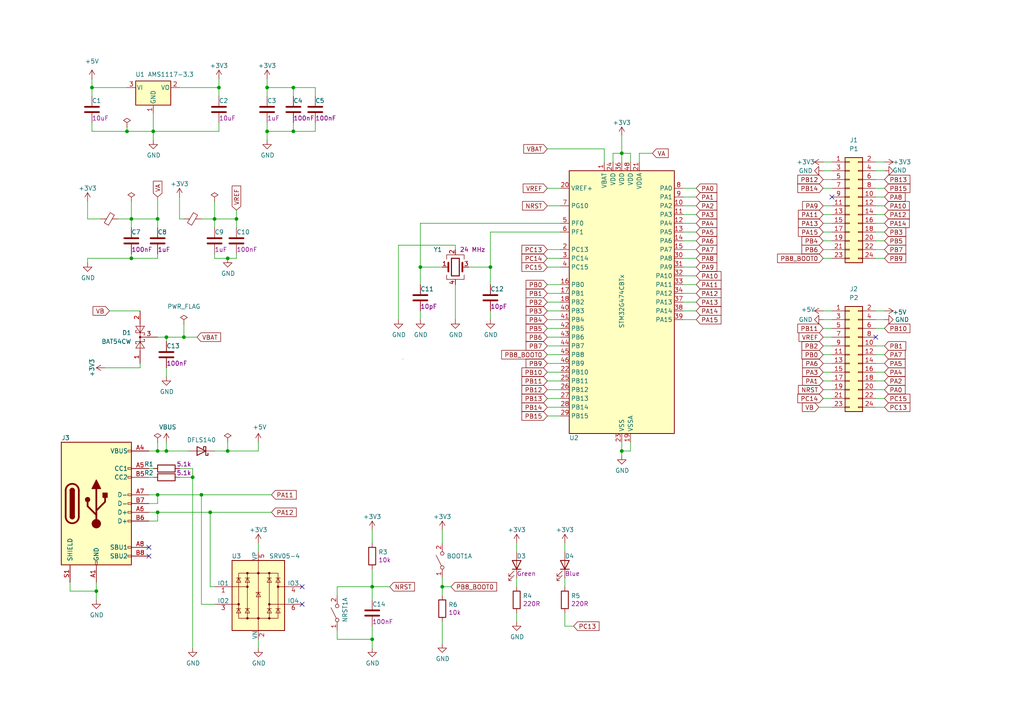
<source format=kicad_sch>
(kicad_sch (version 20250114) (generator "eeschema") (generator_version "9.0")
  (paper "A4")
  (rectangle (start 116.84 104.14) (end 116.84 104.14))
  (junction (at 48.26 97.79))
  (junction (at 107.95 185.42))
  (junction (at 27.94 171.45))
  (junction (at 45.72 130.81))
  (junction (at 45.72 148.59))
  (junction (at 60.96 148.59))
  (junction (at 77.47 25.4))
  (junction (at 58.42 143.51))
  (junction (at 180.34 130.81))
  (junction (at 48.26 130.81))
  (junction (at 38.1 74.93))
  (junction (at 45.72 63.5))
  (junction (at 85.09 25.4))
  (junction (at 107.95 170.18))
  (junction (at 53.34 97.79))
  (junction (at 66.04 74.93))
  (junction (at 55.88 138.43))
  (junction (at 180.34 44.45))
  (junction (at 38.1 63.5))
  (junction (at 142.24 77.47))
  (junction (at 85.09 38.1))
  (junction (at 36.83 38.1))
  (junction (at 45.72 143.51))
  (junction (at 128.27 170.18))
  (junction (at 77.47 38.1))
  (junction (at 68.58 63.5))
  (junction (at 63.5 25.4))
  (junction (at 62.23 63.5))
  (junction (at 26.67 25.4))
  (junction (at 121.92 77.47))
  (junction (at 44.45 38.1))
  (junction (at 66.04 130.81))
  (no_connect (at 87.63 170.18))
  (no_connect (at 43.18 161.29))
  (no_connect (at 241.3 57.15))
  (no_connect (at 43.18 158.75))
  (no_connect (at 87.63 175.26))
  (no_connect (at 254 97.79))
  (wire (pts (xy 63.5 25.4) (xy 63.5 22.86)))
  (wire (pts (xy 238.76 113.03) (xy 241.3 113.03)))
  (wire (pts (xy 45.72 57.15) (xy 45.72 63.5)))
  (wire (pts (xy 85.09 25.4) (xy 85.09 27.94)))
  (wire (pts (xy 182.88 130.81) (xy 180.34 130.81)))
  (wire (pts (xy 107.95 170.18) (xy 107.95 173.99)))
  (wire (pts (xy 62.23 63.5) (xy 68.58 63.5)))
  (wire (pts (xy 158.75 115.57) (xy 162.56 115.57)))
  (wire (pts (xy 238.76 110.49) (xy 241.3 110.49)))
  (wire (pts (xy 44.45 38.1) (xy 63.5 38.1)))
  (wire (pts (xy 182.88 46.99) (xy 182.88 44.45)))
  (wire (pts (xy 45.72 130.81) (xy 48.26 130.81)))
  (wire (pts (xy 52.07 25.4) (xy 63.5 25.4)))
  (wire (pts (xy 198.12 85.09) (xy 201.93 85.09)))
  (wire (pts (xy 25.4 74.93) (xy 25.4 76.2)))
  (wire (pts (xy 97.79 182.88) (xy 97.79 185.42)))
  (wire (pts (xy 26.67 25.4) (xy 26.67 22.86)))
  (wire (pts (xy 238.76 72.39) (xy 241.3 72.39)))
  (wire (pts (xy 158.75 113.03) (xy 162.56 113.03)))
  (wire (pts (xy 238.76 62.23) (xy 241.3 62.23)))
  (wire (pts (xy 254 92.71) (xy 256.54 92.71)))
  (wire (pts (xy 97.79 170.18) (xy 107.95 170.18)))
  (wire (pts (xy 40.64 105.41) (xy 40.64 106.68)))
  (wire (pts (xy 158.75 107.95) (xy 162.56 107.95)))
  (wire (pts (xy 58.42 63.5) (xy 62.23 63.5)))
  (wire (pts (xy 180.34 39.37) (xy 180.34 44.45)))
  (wire (pts (xy 254 59.69) (xy 256.54 59.69)))
  (wire (pts (xy 163.83 167.64) (xy 163.83 170.18)))
  (wire (pts (xy 62.23 130.81) (xy 66.04 130.81)))
  (wire (pts (xy 48.26 130.81) (xy 54.61 130.81)))
  (wire (pts (xy 45.72 148.59) (xy 60.96 148.59)))
  (wire (pts (xy 36.83 38.1) (xy 44.45 38.1)))
  (wire (pts (xy 62.23 74.93) (xy 66.04 74.93)))
  (wire (pts (xy 238.76 115.57) (xy 241.3 115.57)))
  (wire (pts (xy 44.45 40.64) (xy 44.45 38.1)))
  (wire (pts (xy 254 105.41) (xy 256.54 105.41)))
  (wire (pts (xy 62.23 175.26) (xy 58.42 175.26)))
  (wire (pts (xy 45.72 128.27) (xy 45.72 130.81)))
  (wire (pts (xy 185.42 44.45) (xy 185.42 46.99)))
  (wire (pts (xy 60.96 148.59) (xy 78.74 148.59)))
  (wire (pts (xy 198.12 54.61) (xy 201.93 54.61)))
  (wire (pts (xy 26.67 35.56) (xy 26.67 38.1)))
  (wire (pts (xy 58.42 175.26) (xy 58.42 143.51)))
  (wire (pts (xy 238.76 59.69) (xy 241.3 59.69)))
  (wire (pts (xy 149.86 180.34) (xy 149.86 177.8)))
  (wire (pts (xy 132.08 71.12) (xy 115.57 71.12)))
  (wire (pts (xy 198.12 72.39) (xy 201.93 72.39)))
  (wire (pts (xy 62.23 73.66) (xy 62.23 74.93)))
  (wire (pts (xy 238.76 90.17) (xy 241.3 90.17)))
  (wire (pts (xy 43.18 151.13) (xy 45.72 151.13)))
  (wire (pts (xy 25.4 74.93) (xy 38.1 74.93)))
  (wire (pts (xy 254 69.85) (xy 256.54 69.85)))
  (wire (pts (xy 158.75 72.39) (xy 162.56 72.39)))
  (wire (pts (xy 44.45 33.02) (xy 44.45 38.1)))
  (wire (pts (xy 128.27 153.67) (xy 128.27 157.48)))
  (wire (pts (xy 128.27 180.34) (xy 128.27 186.69)))
  (wire (pts (xy 74.93 157.48) (xy 74.93 160.02)))
  (wire (pts (xy 77.47 25.4) (xy 77.47 22.86)))
  (wire (pts (xy 158.75 87.63) (xy 162.56 87.63)))
  (wire (pts (xy 77.47 40.64) (xy 77.47 38.1)))
  (wire (pts (xy 158.75 102.87) (xy 162.56 102.87)))
  (wire (pts (xy 52.07 138.43) (xy 55.88 138.43)))
  (wire (pts (xy 198.12 74.93) (xy 201.93 74.93)))
  (wire (pts (xy 58.42 143.51) (xy 78.74 143.51)))
  (wire (pts (xy 182.88 128.27) (xy 182.88 130.81)))
  (wire (pts (xy 238.76 67.31) (xy 241.3 67.31)))
  (wire (pts (xy 238.76 46.99) (xy 241.3 46.99)))
  (wire (pts (xy 66.04 128.27) (xy 66.04 130.81)))
  (wire (pts (xy 198.12 90.17) (xy 201.93 90.17)))
  (wire (pts (xy 121.92 90.17) (xy 121.92 92.71)))
  (wire (pts (xy 254 113.03) (xy 256.54 113.03)))
  (wire (pts (xy 254 100.33) (xy 256.54 100.33)))
  (wire (pts (xy 121.92 64.77) (xy 121.92 77.47)))
  (wire (pts (xy 91.44 27.94) (xy 91.44 25.4)))
  (wire (pts (xy 198.12 64.77) (xy 201.93 64.77)))
  (wire (pts (xy 74.93 130.81) (xy 74.93 128.27)))
  (wire (pts (xy 254 57.15) (xy 256.54 57.15)))
  (wire (pts (xy 254 52.07) (xy 256.54 52.07)))
  (wire (pts (xy 158.75 100.33) (xy 162.56 100.33)))
  (wire (pts (xy 198.12 87.63) (xy 201.93 87.63)))
  (wire (pts (xy 238.76 52.07) (xy 241.3 52.07)))
  (wire (pts (xy 20.32 171.45) (xy 27.94 171.45)))
  (wire (pts (xy 115.57 71.12) (xy 115.57 92.71)))
  (wire (pts (xy 38.1 73.66) (xy 38.1 74.93)))
  (wire (pts (xy 55.88 135.89) (xy 55.88 138.43)))
  (wire (pts (xy 238.76 105.41) (xy 241.3 105.41)))
  (wire (pts (xy 113.03 170.18) (xy 107.95 170.18)))
  (wire (pts (xy 121.92 77.47) (xy 121.92 82.55)))
  (wire (pts (xy 254 118.11) (xy 256.54 118.11)))
  (wire (pts (xy 198.12 67.31) (xy 201.93 67.31)))
  (wire (pts (xy 45.72 151.13) (xy 45.72 148.59)))
  (wire (pts (xy 25.4 63.5) (xy 29.21 63.5)))
  (wire (pts (xy 68.58 60.96) (xy 68.58 63.5)))
  (wire (pts (xy 60.96 170.18) (xy 60.96 148.59)))
  (wire (pts (xy 158.75 54.61) (xy 162.56 54.61)))
  (wire (pts (xy 149.86 160.02) (xy 149.86 157.48)))
  (wire (pts (xy 128.27 77.47) (xy 121.92 77.47)))
  (wire (pts (xy 198.12 69.85) (xy 201.93 69.85)))
  (wire (pts (xy 97.79 172.72) (xy 97.79 170.18)))
  (wire (pts (xy 149.86 170.18) (xy 149.86 167.64)))
  (wire (pts (xy 238.76 74.93) (xy 241.3 74.93)))
  (wire (pts (xy 97.79 185.42) (xy 107.95 185.42)))
  (wire (pts (xy 45.72 143.51) (xy 58.42 143.51)))
  (wire (pts (xy 180.34 44.45) (xy 182.88 44.45)))
  (wire (pts (xy 77.47 25.4) (xy 77.47 27.94)))
  (wire (pts (xy 254 62.23) (xy 256.54 62.23)))
  (wire (pts (xy 198.12 62.23) (xy 201.93 62.23)))
  (wire (pts (xy 238.76 95.25) (xy 241.3 95.25)))
  (wire (pts (xy 180.34 44.45) (xy 180.34 46.99)))
  (wire (pts (xy 48.26 97.79) (xy 48.26 99.06)))
  (wire (pts (xy 238.76 97.79) (xy 241.3 97.79)))
  (wire (pts (xy 158.75 95.25) (xy 162.56 95.25)))
  (wire (pts (xy 238.76 102.87) (xy 241.3 102.87)))
  (wire (pts (xy 77.47 35.56) (xy 77.47 38.1)))
  (wire (pts (xy 36.83 36.83) (xy 36.83 38.1)))
  (wire (pts (xy 132.08 72.39) (xy 132.08 71.12)))
  (wire (pts (xy 53.34 93.98) (xy 53.34 97.79)))
  (wire (pts (xy 74.93 187.96) (xy 74.93 185.42)))
  (wire (pts (xy 26.67 38.1) (xy 36.83 38.1)))
  (wire (pts (xy 158.75 120.65) (xy 162.56 120.65)))
  (wire (pts (xy 254 49.53) (xy 256.54 49.53)))
  (wire (pts (xy 158.75 43.18) (xy 175.26 43.18)))
  (wire (pts (xy 238.76 54.61) (xy 241.3 54.61)))
  (wire (pts (xy 198.12 57.15) (xy 201.93 57.15)))
  (wire (pts (xy 132.08 82.55) (xy 132.08 92.71)))
  (wire (pts (xy 162.56 64.77) (xy 121.92 64.77)))
  (wire (pts (xy 43.18 143.51) (xy 45.72 143.51)))
  (wire (pts (xy 38.1 63.5) (xy 45.72 63.5)))
  (wire (pts (xy 43.18 146.05) (xy 45.72 146.05)))
  (wire (pts (xy 43.18 130.81) (xy 45.72 130.81)))
  (wire (pts (xy 254 67.31) (xy 256.54 67.31)))
  (wire (pts (xy 198.12 77.47) (xy 201.93 77.47)))
  (wire (pts (xy 48.26 128.27) (xy 48.26 130.81)))
  (wire (pts (xy 158.75 118.11) (xy 162.56 118.11)))
  (wire (pts (xy 68.58 74.93) (xy 66.04 74.93)))
  (wire (pts (xy 238.76 69.85) (xy 241.3 69.85)))
  (wire (pts (xy 198.12 82.55) (xy 201.93 82.55)))
  (wire (pts (xy 163.83 177.8) (xy 163.83 181.61)))
  (wire (pts (xy 52.07 57.15) (xy 52.07 63.5)))
  (wire (pts (xy 91.44 25.4) (xy 85.09 25.4)))
  (wire (pts (xy 254 110.49) (xy 256.54 110.49)))
  (wire (pts (xy 238.76 64.77) (xy 241.3 64.77)))
  (wire (pts (xy 45.72 74.93) (xy 45.72 73.66)))
  (wire (pts (xy 158.75 85.09) (xy 162.56 85.09)))
  (wire (pts (xy 52.07 63.5) (xy 53.34 63.5)))
  (wire (pts (xy 158.75 110.49) (xy 162.56 110.49)))
  (wire (pts (xy 158.75 74.93) (xy 162.56 74.93)))
  (wire (pts (xy 30.48 106.68) (xy 40.64 106.68)))
  (wire (pts (xy 68.58 63.5) (xy 68.58 66.04)))
  (wire (pts (xy 20.32 168.91) (xy 20.32 171.45)))
  (wire (pts (xy 130.81 170.18) (xy 128.27 170.18)))
  (wire (pts (xy 163.83 181.61) (xy 166.37 181.61)))
  (wire (pts (xy 52.07 135.89) (xy 55.88 135.89)))
  (wire (pts (xy 48.26 97.79) (xy 53.34 97.79)))
  (wire (pts (xy 158.75 97.79) (xy 162.56 97.79)))
  (wire (pts (xy 45.72 148.59) (xy 43.18 148.59)))
  (wire (pts (xy 27.94 171.45) (xy 27.94 173.99)))
  (wire (pts (xy 189.23 44.45) (xy 185.42 44.45)))
  (wire (pts (xy 254 102.87) (xy 256.54 102.87)))
  (wire (pts (xy 238.76 100.33) (xy 241.3 100.33)))
  (wire (pts (xy 38.1 58.42) (xy 38.1 63.5)))
  (wire (pts (xy 254 64.77) (xy 256.54 64.77)))
  (wire (pts (xy 48.26 106.68) (xy 48.26 109.22)))
  (wire (pts (xy 38.1 63.5) (xy 38.1 66.04)))
  (wire (pts (xy 158.75 92.71) (xy 162.56 92.71)))
  (wire (pts (xy 180.34 130.81) (xy 180.34 132.08)))
  (wire (pts (xy 198.12 92.71) (xy 201.93 92.71)))
  (wire (pts (xy 180.34 128.27) (xy 180.34 130.81)))
  (wire (pts (xy 63.5 35.56) (xy 63.5 38.1)))
  (wire (pts (xy 198.12 59.69) (xy 201.93 59.69)))
  (wire (pts (xy 62.23 58.42) (xy 62.23 63.5)))
  (wire (pts (xy 91.44 38.1) (xy 85.09 38.1)))
  (wire (pts (xy 26.67 25.4) (xy 36.83 25.4)))
  (wire (pts (xy 254 46.99) (xy 256.54 46.99)))
  (wire (pts (xy 45.72 74.93) (xy 38.1 74.93)))
  (wire (pts (xy 254 72.39) (xy 256.54 72.39)))
  (wire (pts (xy 142.24 77.47) (xy 142.24 82.55)))
  (wire (pts (xy 62.23 63.5) (xy 62.23 66.04)))
  (wire (pts (xy 238.76 49.53) (xy 241.3 49.53)))
  (wire (pts (xy 44.45 138.43) (xy 43.18 138.43)))
  (wire (pts (xy 135.89 77.47) (xy 142.24 77.47)))
  (wire (pts (xy 66.04 130.81) (xy 74.93 130.81)))
  (wire (pts (xy 68.58 73.66) (xy 68.58 74.93)))
  (wire (pts (xy 158.75 77.47) (xy 162.56 77.47)))
  (wire (pts (xy 237.49 118.11) (xy 241.3 118.11)))
  (wire (pts (xy 128.27 170.18) (xy 128.27 172.72)))
  (wire (pts (xy 34.29 63.5) (xy 38.1 63.5)))
  (wire (pts (xy 238.76 107.95) (xy 241.3 107.95)))
  (wire (pts (xy 158.75 105.41) (xy 162.56 105.41)))
  (wire (pts (xy 53.34 97.79) (xy 57.15 97.79)))
  (wire (pts (xy 45.72 146.05) (xy 45.72 143.51)))
  (wire (pts (xy 85.09 38.1) (xy 85.09 35.56)))
  (wire (pts (xy 107.95 185.42) (xy 107.95 187.96)))
  (wire (pts (xy 25.4 58.42) (xy 25.4 63.5)))
  (wire (pts (xy 63.5 25.4) (xy 63.5 27.94)))
  (wire (pts (xy 43.18 135.89) (xy 44.45 135.89)))
  (wire (pts (xy 31.75 90.17) (xy 40.64 90.17)))
  (wire (pts (xy 163.83 157.48) (xy 163.83 160.02)))
  (wire (pts (xy 107.95 153.67) (xy 107.95 157.48)))
  (wire (pts (xy 45.72 66.04) (xy 45.72 63.5)))
  (wire (pts (xy 254 90.17) (xy 256.54 90.17)))
  (wire (pts (xy 175.26 43.18) (xy 175.26 46.99)))
  (wire (pts (xy 177.8 46.99) (xy 177.8 44.45)))
  (wire (pts (xy 158.75 90.17) (xy 162.56 90.17)))
  (wire (pts (xy 77.47 38.1) (xy 85.09 38.1)))
  (wire (pts (xy 158.75 82.55) (xy 162.56 82.55)))
  (wire (pts (xy 254 54.61) (xy 256.54 54.61)))
  (wire (pts (xy 254 115.57) (xy 256.54 115.57)))
  (wire (pts (xy 254 95.25) (xy 256.54 95.25)))
  (wire (pts (xy 45.72 97.79) (xy 48.26 97.79)))
  (wire (pts (xy 254 74.93) (xy 256.54 74.93)))
  (wire (pts (xy 198.12 80.01) (xy 201.93 80.01)))
  (wire (pts (xy 142.24 67.31) (xy 142.24 77.47)))
  (wire (pts (xy 142.24 90.17) (xy 142.24 92.71)))
  (wire (pts (xy 62.23 170.18) (xy 60.96 170.18)))
  (wire (pts (xy 158.75 59.69) (xy 162.56 59.69)))
  (wire (pts (xy 91.44 35.56) (xy 91.44 38.1)))
  (wire (pts (xy 27.94 168.91) (xy 27.94 171.45)))
  (wire (pts (xy 107.95 165.1) (xy 107.95 170.18)))
  (wire (pts (xy 128.27 167.64) (xy 128.27 170.18)))
  (wire (pts (xy 26.67 25.4) (xy 26.67 27.94)))
  (wire (pts (xy 107.95 181.61) (xy 107.95 185.42)))
  (wire (pts (xy 238.76 92.71) (xy 241.3 92.71)))
  (wire (pts (xy 177.8 44.45) (xy 180.34 44.45)))
  (wire (pts (xy 77.47 25.4) (xy 85.09 25.4)))
  (wire (pts (xy 162.56 67.31) (xy 142.24 67.31)))
  (wire (pts (xy 254 107.95) (xy 256.54 107.95)))
  (wire (pts (xy 55.88 138.43) (xy 55.88 187.96)))
  (global_label "PB1" (shape input) (at 256.54 100.33 0) (property "Intersheetrefs" "${INTERSHEET_REFS}" (effects (hide yes))))
  (global_label "PA5" (shape input) (at 256.54 105.41 0) (property "Intersheetrefs" "${INTERSHEET_REFS}" (effects (hide yes))))
  (global_label "PA4" (shape input) (at 201.93 64.77 0) (property "Intersheetrefs" "${INTERSHEET_REFS}" (effects (hide yes))))
  (global_label "VREF" (shape input) (at 158.75 54.61 180) (property "Intersheetrefs" "${INTERSHEET_REFS}" (effects (hide yes))))
  (global_label "PB11" (shape input) (at 158.75 110.49 180) (property "Intersheetrefs" "${INTERSHEET_REFS}" (effects (hide yes))))
  (global_label "PB12" (shape input) (at 158.75 113.03 180) (property "Intersheetrefs" "${INTERSHEET_REFS}" (effects (hide yes))))
  (global_label "PA13" (shape input) (at 238.76 64.77 180) (property "Intersheetrefs" "${INTERSHEET_REFS}" (effects (hide yes))))
  (global_label "PB10" (shape input) (at 158.75 107.95 180) (property "Intersheetrefs" "${INTERSHEET_REFS}" (effects (hide yes))))
  (global_label "PB11" (shape input) (at 238.76 95.25 180) (property "Intersheetrefs" "${INTERSHEET_REFS}" (effects (hide yes))))
  (global_label "PA11" (shape input) (at 201.93 82.55 0) (property "Intersheetrefs" "${INTERSHEET_REFS}" (effects (hide yes))))
  (global_label "VBAT" (shape input) (at 158.75 43.18 180) (property "Intersheetrefs" "${INTERSHEET_REFS}" (effects (hide yes))))
  (global_label "PB15" (shape input) (at 256.54 54.61 0) (property "Intersheetrefs" "${INTERSHEET_REFS}" (effects (hide yes))))
  (global_label "PB13" (shape input) (at 158.75 115.57 180) (property "Intersheetrefs" "${INTERSHEET_REFS}" (effects (hide yes))))
  (global_label "PB14" (shape input) (at 238.76 54.61 180) (property "Intersheetrefs" "${INTERSHEET_REFS}" (effects (hide yes))))
  (global_label "PA0" (shape input) (at 256.54 113.03 0) (property "Intersheetrefs" "${INTERSHEET_REFS}" (effects (hide yes))))
  (global_label "PB5" (shape input) (at 158.75 95.25 180) (property "Intersheetrefs" "${INTERSHEET_REFS}" (effects (hide yes))))
  (global_label "VB" (shape input) (at 31.75 90.17 180) (property "Intersheetrefs" "${INTERSHEET_REFS}" (effects (hide yes))))
  (global_label "PB4" (shape input) (at 238.76 69.85 180) (property "Intersheetrefs" "${INTERSHEET_REFS}" (effects (hide yes))))
  (global_label "PB2" (shape input) (at 238.76 100.33 180) (property "Intersheetrefs" "${INTERSHEET_REFS}" (effects (hide yes))))
  (global_label "PB5" (shape input) (at 256.54 69.85 0) (property "Intersheetrefs" "${INTERSHEET_REFS}" (effects (hide yes))))
  (global_label "PA8" (shape input) (at 256.54 57.15 0) (property "Intersheetrefs" "${INTERSHEET_REFS}" (effects (hide yes))))
  (global_label "PA9" (shape input) (at 238.76 59.69 180) (property "Intersheetrefs" "${INTERSHEET_REFS}" (effects (hide yes))))
  (global_label "PA12" (shape input) (at 78.74 148.59 0) (property "Intersheetrefs" "${INTERSHEET_REFS}" (effects (hide yes))))
  (global_label "PA6" (shape input) (at 238.76 105.41 180) (property "Intersheetrefs" "${INTERSHEET_REFS}" (effects (hide yes))))
  (global_label "PB8_BOOT0" (shape input) (at 130.81 170.18 0) (property "Intersheetrefs" "${INTERSHEET_REFS}" (effects (hide yes))))
  (global_label "PA10" (shape input) (at 256.54 59.69 0) (property "Intersheetrefs" "${INTERSHEET_REFS}" (effects (hide yes))))
  (global_label "NRST" (shape input) (at 113.03 170.18 0) (property "Intersheetrefs" "${INTERSHEET_REFS}" (effects (hide yes))))
  (global_label "PC15" (shape input) (at 256.54 115.57 0) (property "Intersheetrefs" "${INTERSHEET_REFS}" (effects (hide yes))))
  (global_label "PA2" (shape input) (at 256.54 110.49 0) (property "Intersheetrefs" "${INTERSHEET_REFS}" (effects (hide yes))))
  (global_label "PA2" (shape input) (at 201.93 59.69 0) (property "Intersheetrefs" "${INTERSHEET_REFS}" (effects (hide yes))))
  (global_label "PB3" (shape input) (at 256.54 67.31 0) (property "Intersheetrefs" "${INTERSHEET_REFS}" (effects (hide yes))))
  (global_label "VA" (shape input) (at 189.23 44.45 0) (property "Intersheetrefs" "${INTERSHEET_REFS}" (effects (hide yes))))
  (global_label "PB0" (shape input) (at 238.76 102.87 180) (property "Intersheetrefs" "${INTERSHEET_REFS}" (effects (hide yes))))
  (global_label "PA5" (shape input) (at 201.93 67.31 0) (property "Intersheetrefs" "${INTERSHEET_REFS}" (effects (hide yes))))
  (global_label "PB9" (shape input) (at 256.54 74.93 0) (property "Intersheetrefs" "${INTERSHEET_REFS}" (effects (hide yes))))
  (global_label "NRST" (shape input) (at 158.75 59.69 180) (property "Intersheetrefs" "${INTERSHEET_REFS}" (effects (hide yes))))
  (global_label "PB7" (shape input) (at 256.54 72.39 0) (property "Intersheetrefs" "${INTERSHEET_REFS}" (effects (hide yes))))
  (global_label "PA13" (shape input) (at 201.93 87.63 0) (property "Intersheetrefs" "${INTERSHEET_REFS}" (effects (hide yes))))
  (global_label "PA0" (shape input) (at 201.93 54.61 0) (property "Intersheetrefs" "${INTERSHEET_REFS}" (effects (hide yes))))
  (global_label "PC14" (shape input) (at 238.76 115.57 180) (property "Intersheetrefs" "${INTERSHEET_REFS}" (effects (hide yes))))
  (global_label "PA6" (shape input) (at 201.93 69.85 0) (property "Intersheetrefs" "${INTERSHEET_REFS}" (effects (hide yes))))
  (global_label "PA1" (shape input) (at 238.76 110.49 180) (property "Intersheetrefs" "${INTERSHEET_REFS}" (effects (hide yes))))
  (global_label "PB0" (shape input) (at 158.75 82.55 180) (property "Intersheetrefs" "${INTERSHEET_REFS}" (effects (hide yes))))
  (global_label "PA3" (shape input) (at 238.76 107.95 180) (property "Intersheetrefs" "${INTERSHEET_REFS}" (effects (hide yes))))
  (global_label "PA11" (shape input) (at 238.76 62.23 180) (property "Intersheetrefs" "${INTERSHEET_REFS}" (effects (hide yes))))
  (global_label "PA15" (shape input) (at 201.93 92.71 0) (property "Intersheetrefs" "${INTERSHEET_REFS}" (effects (hide yes))))
  (global_label "PC13" (shape input) (at 158.75 72.39 180) (property "Intersheetrefs" "${INTERSHEET_REFS}" (effects (hide yes))))
  (global_label "PA3" (shape input) (at 201.93 62.23 0) (property "Intersheetrefs" "${INTERSHEET_REFS}" (effects (hide yes))))
  (global_label "PB8_BOOT0" (shape input) (at 158.75 102.87 180) (property "Intersheetrefs" "${INTERSHEET_REFS}" (effects (hide yes))))
  (global_label "VB" (shape input) (at 237.49 118.11 180) (property "Intersheetrefs" "${INTERSHEET_REFS}" (effects (hide yes))))
  (global_label "PA7" (shape input) (at 256.54 102.87 0) (property "Intersheetrefs" "${INTERSHEET_REFS}" (effects (hide yes))))
  (global_label "PB1" (shape input) (at 158.75 85.09 180) (property "Intersheetrefs" "${INTERSHEET_REFS}" (effects (hide yes))))
  (global_label "PC13" (shape input) (at 256.54 118.11 0) (property "Intersheetrefs" "${INTERSHEET_REFS}" (effects (hide yes))))
  (global_label "PA15" (shape input) (at 238.76 67.31 180) (property "Intersheetrefs" "${INTERSHEET_REFS}" (effects (hide yes))))
  (global_label "PB14" (shape input) (at 158.75 118.11 180) (property "Intersheetrefs" "${INTERSHEET_REFS}" (effects (hide yes))))
  (global_label "PA14" (shape input) (at 201.93 90.17 0) (property "Intersheetrefs" "${INTERSHEET_REFS}" (effects (hide yes))))
  (global_label "PA12" (shape input) (at 256.54 62.23 0) (property "Intersheetrefs" "${INTERSHEET_REFS}" (effects (hide yes))))
  (global_label "PB15" (shape input) (at 158.75 120.65 180) (property "Intersheetrefs" "${INTERSHEET_REFS}" (effects (hide yes))))
  (global_label "PA9" (shape input) (at 201.93 77.47 0) (property "Intersheetrefs" "${INTERSHEET_REFS}" (effects (hide yes))))
  (global_label "PA14" (shape input) (at 256.54 64.77 0) (property "Intersheetrefs" "${INTERSHEET_REFS}" (effects (hide yes))))
  (global_label "VBAT" (shape input) (at 57.15 97.79 0) (property "Intersheetrefs" "${INTERSHEET_REFS}" (effects (hide yes))))
  (global_label "PA4" (shape input) (at 256.54 107.95 0) (property "Intersheetrefs" "${INTERSHEET_REFS}" (effects (hide yes))))
  (global_label "VA" (shape input) (at 45.72 57.15 90) (property "Intersheetrefs" "${INTERSHEET_REFS}" (effects (hide yes))))
  (global_label "PB6" (shape input) (at 238.76 72.39 180) (property "Intersheetrefs" "${INTERSHEET_REFS}" (effects (hide yes))))
  (global_label "VREF" (shape input) (at 68.58 60.96 90) (property "Intersheetrefs" "${INTERSHEET_REFS}" (effects (hide yes))))
  (global_label "VREF" (shape input) (at 238.76 97.79 180) (property "Intersheetrefs" "${INTERSHEET_REFS}" (effects (hide yes))))
  (global_label "PA11" (shape input) (at 78.74 143.51 0) (property "Intersheetrefs" "${INTERSHEET_REFS}" (effects (hide yes))))
  (global_label "PB10" (shape input) (at 256.54 95.25 0) (property "Intersheetrefs" "${INTERSHEET_REFS}" (effects (hide yes))))
  (global_label "PC13" (shape input) (at 166.37 181.61 0) (property "Intersheetrefs" "${INTERSHEET_REFS}" (effects (hide yes))))
  (global_label "PB13" (shape input) (at 256.54 52.07 0) (property "Intersheetrefs" "${INTERSHEET_REFS}" (effects (hide yes))))
  (global_label "PB8_BOOT0" (shape input) (at 238.76 74.93 180) (property "Intersheetrefs" "${INTERSHEET_REFS}" (effects (hide yes))))
  (global_label "PA1" (shape input) (at 201.93 57.15 0) (property "Intersheetrefs" "${INTERSHEET_REFS}" (effects (hide yes))))
  (global_label "PB7" (shape input) (at 158.75 100.33 180) (property "Intersheetrefs" "${INTERSHEET_REFS}" (effects (hide yes))))
  (global_label "PC15" (shape input) (at 158.75 77.47 180) (property "Intersheetrefs" "${INTERSHEET_REFS}" (effects (hide yes))))
  (global_label "PB4" (shape input) (at 158.75 92.71 180) (property "Intersheetrefs" "${INTERSHEET_REFS}" (effects (hide yes))))
  (global_label "NRST" (shape input) (at 238.76 113.03 180) (property "Intersheetrefs" "${INTERSHEET_REFS}" (effects (hide yes))))
  (global_label "PA10" (shape input) (at 201.93 80.01 0) (property "Intersheetrefs" "${INTERSHEET_REFS}" (effects (hide yes))))
  (global_label "PC14" (shape input) (at 158.75 74.93 180) (property "Intersheetrefs" "${INTERSHEET_REFS}" (effects (hide yes))))
  (global_label "PB3" (shape input) (at 158.75 90.17 180) (property "Intersheetrefs" "${INTERSHEET_REFS}" (effects (hide yes))))
  (global_label "PB12" (shape input) (at 238.76 52.07 180) (property "Intersheetrefs" "${INTERSHEET_REFS}" (effects (hide yes))))
  (global_label "PA7" (shape input) (at 201.93 72.39 0) (property "Intersheetrefs" "${INTERSHEET_REFS}" (effects (hide yes))))
  (global_label "PB2" (shape input) (at 158.75 87.63 180) (property "Intersheetrefs" "${INTERSHEET_REFS}" (effects (hide yes))))
  (global_label "PB6" (shape input) (at 158.75 97.79 180) (property "Intersheetrefs" "${INTERSHEET_REFS}" (effects (hide yes))))
  (global_label "PA12" (shape input) (at 201.93 85.09 0) (property "Intersheetrefs" "${INTERSHEET_REFS}" (effects (hide yes))))
  (global_label "PA8" (shape input) (at 201.93 74.93 0) (property "Intersheetrefs" "${INTERSHEET_REFS}" (effects (hide yes))))
  (global_label "PB9" (shape input) (at 158.75 105.41 180) (property "Intersheetrefs" "${INTERSHEET_REFS}" (effects (hide yes))))
  (symbol (lib_id "power:GND") (at 121.92 92.71 0) (unit 1)
    (property "Reference" "#PWR018" (effects (hide yes)))
    (property "Value" "GND" (at 122.047 97.1042 0))
  )
  (symbol (lib_id "power:GND") (at 142.24 92.71 0) (unit 1)
    (property "Reference" "#PWR020" (effects (hide yes)))
    (property "Value" "GND" (at 142.367 97.1042 0))
  )
  (symbol (lib_id "power:GND") (at 132.08 92.71 0) (unit 1)
    (property "Reference" "#PWR019" (effects (hide yes)))
    (property "Value" "GND" (at 132.207 97.1042 0))
  )
  (symbol (lib_id "power:GND") (at 115.57 92.71 0) (unit 1)
    (property "Reference" "#PWR017" (effects (hide yes)))
    (property "Value" "GND" (at 115.697 97.1042 0))
  )
  (symbol (lib_id "Device:D_Schottky") (at 58.42 130.81 180) (unit 1)
    (property "Reference" "D2" (effects (hide yes)))
    (property "Value" "DFLS140" (at 58.42 127.6096 0))
    (property "Footprint" "Diode_SMD:D_PowerDI-123" (effects (hide yes)))
    (property "LCSC" "C8598" (effects (hide yes)))
  )
  (symbol (lib_id "power:GND") (at 27.94 173.99 0) (unit 1)
    (property "Reference" "#PWR033" (effects (hide yes)))
    (property "Value" "GND" (at 28.067 178.3842 0))
  )
  (symbol (lib_id "stm32world:USB_C_Receptacle_USB2.0") (at 27.94 146.05 0) (unit 1)
    (property "Reference" "J3" (at 19.05 127 0))
    (property "Footprint" "Connector_USB:USB_C_Receptacle_G-Switch_GT-USB-7010ASV" (effects (hide yes)))
    (property "LCSC" "C165948" (effects (hide yes)))
  )
  (symbol (lib_id "power:VBUS") (at 48.26 128.27 0) (unit 1)
    (property "Reference" "#PWR025" (effects (hide yes)))
    (property "Value" "VBUS" (at 48.641 123.8758 0))
  )
  (symbol (lib_id "power:+5V") (at 74.93 128.27 0) (unit 1)
    (property "Reference" "#PWR026" (effects (hide yes)))
    (property "Value" "+5V" (at 75.311 123.8758 0))
  )
  (symbol (lib_id "power:PWR_FLAG") (at 45.72 128.27 0) (unit 1)
    (property "Reference" "#FLG05" (effects (hide yes)))
    (property "Value" "PWR_FLAG" (effects (hide yes)))
  )
  (symbol (lib_id "power:PWR_FLAG") (at 66.04 128.27 0) (unit 1)
    (property "Reference" "#FLG06" (effects (hide yes)))
    (property "Value" "PWR_FLAG" (effects (hide yes)))
  )
  (symbol (lib_id "power:GND") (at 44.45 40.64 0) (unit 1)
    (property "Reference" "#PWR05" (effects (hide yes)))
    (property "Value" "GND" (at 44.577 45.0342 0))
  )
  (symbol (lib_id "power:PWR_FLAG") (at 36.83 36.83 0) (unit 1)
    (property "Reference" "#FLG01" (effects (hide yes)))
    (property "Value" "PWR_FLAG" (effects (hide yes)))
  )
  (symbol (lib_id "power:GND") (at 77.47 40.64 0) (unit 1)
    (property "Reference" "#PWR06" (effects (hide yes)))
    (property "Value" "GND" (at 77.597 45.0342 0))
  )
  (symbol (lib_id "power:GND") (at 107.95 187.96 0) (unit 1)
    (property "Reference" "#PWR038" (effects (hide yes)))
    (property "Value" "GND" (at 108.077 192.3542 0))
  )
  (symbol (lib_id "power:GND") (at 149.86 180.34 0) (unit 1)
    (property "Reference" "#PWR034" (effects (hide yes)))
    (property "Value" "GND" (at 149.987 184.7342 0))
  )
  (symbol (lib_id "power:GND") (at 128.27 186.69 0) (unit 1)
    (property "Reference" "#PWR035" (effects (hide yes)))
    (property "Value" "GND" (at 128.397 191.0842 0))
  )
  (symbol (lib_id "stm32world:C_100NF_0603") (at 85.09 31.75 0) (unit 1)
    (property "Reference" "C4" (at 85.09 29.21 0) (effects (justify left)))
    (property "Value" "C_100NF_0603" (effects (hide yes)))
    (property "Footprint" "Capacitor_SMD:C_0603_1608Metric" (effects (hide yes)))
    (property "Display" "100nF" (at 85.09 34.29 0) (effects (justify left)))
    (property "LCSC" "C14663" (effects (hide yes)))
  )
  (symbol (lib_id "stm32world:C_100NF_0603") (at 91.44 31.75 0) (unit 1)
    (property "Reference" "C5" (at 91.44 29.21 0) (effects (justify left)))
    (property "Value" "C_100NF_0603" (effects (hide yes)))
    (property "Footprint" "Capacitor_SMD:C_0603_1608Metric" (effects (hide yes)))
    (property "Display" "100nF" (at 91.44 34.29 0) (effects (justify left)))
    (property "LCSC" "C14663" (effects (hide yes)))
  )
  (symbol (lib_id "stm32world:R_5.1K_0603") (at 48.26 135.89 270) (unit 1)
    (property "Reference" "R1" (at 43.18 134.62 90))
    (property "Value" "R_5.1K_0603" (effects (hide yes)))
    (property "Footprint" "Resistor_SMD:R_0603_1608Metric" (effects (hide yes)))
    (property "Display" "5.1k" (at 53.34 134.62 90))
    (property "LCSC" "C23186" (effects (hide yes)))
  )
  (symbol (lib_id "stm32world:R_5.1K_0603") (at 48.26 138.43 270) (unit 1)
    (property "Reference" "R2" (at 43.18 137.16 90))
    (property "Value" "R_5.1K_0603" (effects (hide yes)))
    (property "Footprint" "Resistor_SMD:R_0603_1608Metric" (effects (hide yes)))
    (property "Display" "5.1k" (at 53.34 137.16 90))
    (property "LCSC" "C23186" (effects (hide yes)))
  )
  (symbol (lib_id "stm32world:AMS1117-3.3") (at 44.45 25.4 0) (unit 1)
    (property "Reference" "U1" (at 40.64 21.59 0))
    (property "Value" "AMS1117-3.3" (at 49.53 21.59 0))
    (property "Footprint" "Package_TO_SOT_SMD:SOT-223-3_TabPin2" (effects (hide yes)))
    (property "Datasheet" "https://datasheet.lcsc.com/lcsc/1811142212_Advanced-Monolithic-Systems-AMS1117-3-3_C6186.pdf" (effects (hide yes)))
    (property "LCSC" "C6186" (effects (hide yes)))
  )
  (symbol (lib_id "stm32world:LED_GREEN_0603") (at 149.86 163.83 270) (mirror x) (unit 1)
    (property "Reference" "D3" (at 149.86 161.29 90) (effects (justify left)))
    (property "Value" "LED_GREEN_0603" (effects (hide yes)))
    (property "Footprint" "LED_SMD:LED_0603_1608Metric" (effects (hide yes)))
    (property "Display" "Green" (at 149.86 166.37 90) (effects (justify left)))
    (property "LCSC" "C72043" (effects (hide yes)))
  )
  (symbol (lib_id "stm32world:SRV05-4") (at 74.93 172.72 0) (unit 1)
    (property "Reference" "U3" (at 68.58 161.29 0))
    (property "Value" "SRV05-4" (at 82.55 161.29 0))
    (property "Footprint" "Package_TO_SOT_SMD:SOT-23-6" (effects (hide yes)))
    (property "Datasheet" "http://www.onsemi.com/pub/Collateral/SRV05-4-D.PDF" (effects (hide yes)))
    (property "LCSC" "C85364" (effects (hide yes)))
  )
  (symbol (lib_id "power:GND") (at 74.93 187.96 0) (unit 1)
    (property "Reference" "#PWR037" (effects (hide yes)))
    (property "Value" "GND" (at 75.057 192.3542 0))
  )
  (symbol (lib_id "stm32world:C_100NF_0603") (at 107.95 177.8 0) (unit 1)
    (property "Reference" "C14" (at 107.95 175.26 0) (effects (justify left)))
    (property "Value" "C_100NF_0603" (effects (hide yes)))
    (property "Footprint" "Capacitor_SMD:C_0603_1608Metric" (effects (hide yes)))
    (property "Display" "100nF" (at 107.95 180.34 0) (effects (justify left)))
    (property "LCSC" "C14663" (effects (hide yes)))
  )
  (symbol (lib_id "stm32world:C_10UF_0805") (at 26.67 31.75 0) (unit 1)
    (property "Reference" "C1" (at 26.67 29.21 0) (effects (justify left)))
    (property "Value" "C_10UF_0805" (effects (hide yes)))
    (property "Footprint" "Capacitor_SMD:C_0805_2012Metric" (effects (hide yes)))
    (property "Display" "10uF" (at 26.67 34.29 0) (effects (justify left)))
    (property "LCSC" "C15850" (effects (hide yes)))
  )
  (symbol (lib_id "stm32world:C_10UF_0805") (at 63.5 31.75 0) (unit 1)
    (property "Reference" "C2" (at 63.5 29.21 0) (effects (justify left)))
    (property "Value" "C_10UF_0805" (effects (hide yes)))
    (property "Footprint" "Capacitor_SMD:C_0805_2012Metric" (effects (hide yes)))
    (property "Display" "10uF" (at 63.5 34.29 0) (effects (justify left)))
    (property "LCSC" "C15850" (effects (hide yes)))
  )
  (symbol (lib_id "stm32world:LED_BLUE_0603") (at 163.83 163.83 270) (mirror x) (unit 1)
    (property "Reference" "D4" (at 163.83 161.29 90) (effects (justify left)))
    (property "Value" "LED_BLUE_0603" (effects (hide yes)))
    (property "Footprint" "LED_SMD:LED_0603_1608Metric" (effects (hide yes)))
    (property "Display" "Blue" (at 163.83 166.37 90) (effects (justify left)))
    (property "LCSC" "C72041" (effects (hide yes)))
  )
  (symbol (lib_id "stm32world:R_220_0603") (at 149.86 173.99 0) (unit 1)
    (property "Reference" "R4" (at 151.638 172.8216 0) (effects (justify left)))
    (property "Value" "R_220_0603" (effects (hide yes)))
    (property "Footprint" "Resistor_SMD:R_0603_1608Metric" (effects (hide yes)))
    (property "Display" "220R" (at 151.638 175.133 0) (effects (justify left)))
    (property "LCSC" "C22962" (effects (hide yes)))
  )
  (symbol (lib_id "stm32world:R_220_0603") (at 163.83 173.99 0) (unit 1)
    (property "Reference" "R5" (at 165.608 172.8216 0) (effects (justify left)))
    (property "Value" "R_220_0603" (effects (hide yes)))
    (property "Footprint" "Resistor_SMD:R_0603_1608Metric" (effects (hide yes)))
    (property "Display" "220R" (at 165.608 175.133 0) (effects (justify left)))
    (property "LCSC" "C22962" (effects (hide yes)))
  )
  (symbol (lib_id "stm32world:C_20PF_0603") (at 121.92 86.36 0) (unit 1)
    (property "Reference" "C11" (at 121.92 83.82 0) (effects (justify left)))
    (property "Value" "C_20PF_0603" (effects (hide yes)))
    (property "Footprint" "Capacitor_SMD:C_0603_1608Metric" (effects (hide yes)))
    (property "Display" "10pF" (at 121.92 88.9 0) (effects (justify left)))
    (property "LCSC" "C1648" (effects (hide yes)))
  )
  (symbol (lib_id "stm32world:C_20PF_0603") (at 142.24 86.36 0) (unit 1)
    (property "Reference" "C12" (at 142.24 83.82 0) (effects (justify left)))
    (property "Value" "C_20PF_0603" (effects (hide yes)))
    (property "Footprint" "Capacitor_SMD:C_0603_1608Metric" (effects (hide yes)))
    (property "Display" "10pF" (at 142.24 88.9 0) (effects (justify left)))
    (property "LCSC" "C1648" (effects (hide yes)))
  )
  (symbol (lib_id "stm32world:C_1UF_0603") (at 77.47 31.75 0) (unit 1)
    (property "Reference" "C3" (at 77.47 29.21 0) (effects (justify left)))
    (property "Value" "C_1UF_0805" (effects (hide yes)))
    (property "Footprint" "Capacitor_SMD:C_0603_1608Metric" (effects (hide yes)))
    (property "Display" "1uF" (at 77.47 34.29 0) (effects (justify left)))
    (property "LCSC" "C15849" (effects (hide yes)))
  )
  (symbol (lib_id "stm32world:R_10K_0603") (at 128.27 176.53 0) (unit 1)
    (property "Reference" "R6" (at 130.048 175.3616 0) (effects (justify left)))
    (property "Value" "R_10K_0603" (effects (hide yes)))
    (property "Footprint" "Resistor_SMD:R_0603_1608Metric" (effects (hide yes)))
    (property "Display" "10k" (at 130.048 177.673 0) (effects (justify left)))
    (property "LCSC" "C25804" (effects (hide yes)))
  )
  (symbol (lib_id "stm32world:R_10K_0603") (at 107.95 161.29 0) (unit 1)
    (property "Reference" "R3" (at 109.728 160.1216 0) (effects (justify left)))
    (property "Value" "R_10K_0603" (effects (hide yes)))
    (property "Footprint" "Resistor_SMD:R_0603_1608Metric" (effects (hide yes)))
    (property "Display" "10k" (at 109.728 162.433 0) (effects (justify left)))
    (property "LCSC" "C25804" (effects (hide yes)))
  )
  (symbol (lib_id "stm32world:X_16MHZ") (at 132.08 77.47 0) (unit 1)
    (property "Reference" "Y1" (at 125.73 72.39 0) (effects (justify left)))
    (property "Value" "X_24MHZ" (effects (hide yes)))
    (property "Footprint" "Crystal:Crystal_SMD_2016-4Pin_2.0x1.6mm" (effects (hide yes)))
    (property "Datasheet" "https://datasheet.lcsc.com/szlcsc/Yangxing-Tech-X322516MLB4SI_C13738.pdf" (effects (hide yes)))
    (property "LCSC" "C13738" (effects (hide yes)))
    (property "Display" "24 MHz" (at 133.35 72.39 0) (effects (justify left)))
  )
  (symbol (lib_id "Switch:SW_DPST_x2") (at 128.27 162.56 90) (unit 1)
    (property "Reference" "BOOT1" (at 129.54 161.2899 90) (effects (justify right)))
    (property "Value" "SW_DPST_x2" (effects (hide yes)))
    (property "Footprint" "Button_Switch_SMD:SW_Push_1P1T_NO_E-Switch_TL3301NxxxxxG" (effects (hide yes)))
    (property "Description" "Single Pole Single Throw (SPST) switch, separate symbol" (effects (hide yes)))
  )
  (symbol (lib_id "power:+3V3") (at 107.95 153.67 0) (unit 1)
    (property "Reference" "#PWR028" (effects (hide yes)))
    (property "Value" "+3V3" (at 107.95 149.86 0))
  )
  (symbol (lib_id "stm32world:C_1UF_0603") (at 45.72 69.85 0) (unit 1)
    (property "Reference" "C8" (at 45.72 67.31 0) (effects (justify left)))
    (property "Value" "C_1UF_0603" (effects (hide yes)))
    (property "Footprint" "Capacitor_SMD:C_0603_1608Metric" (effects (hide yes)))
    (property "Display" "1uF" (at 45.72 72.39 0) (effects (justify left)))
    (property "LCSC" "C15849" (effects (hide yes)))
  )
  (symbol (lib_name "+5V_1") (lib_id "power:+5V") (at 26.67 22.86 0) (unit 1)
    (property "Reference" "#PWR01" (effects (hide yes)))
    (property "Value" "+5V" (at 26.67 17.78 0))
    (property "Description" "Power symbol creates a global label with name \"+5V\"" (effects (hide yes)))
  )
  (symbol (lib_id "power:+3V3") (at 256.54 46.99 270) (unit 1)
    (property "Reference" "#PWR08" (effects (hide yes)))
    (property "Value" "+3V3" (at 261.62 46.99 90))
  )
  (symbol (lib_id "power:GND") (at 66.04 74.93 0) (unit 1)
    (property "Reference" "#PWR013" (effects (hide yes)))
    (property "Value" "GND" (at 66.167 79.3242 0))
  )
  (symbol (lib_id "power:GND") (at 256.54 49.53 90) (unit 1)
    (property "Reference" "#PWR010" (effects (hide yes)))
    (property "Value" "GND" (at 260.9342 49.403 90))
  )
  (symbol (lib_id "power:+5V") (at 256.54 90.17 270) (unit 1)
    (property "Reference" "#PWR016" (effects (hide yes)))
    (property "Value" "+5V" (at 260.9342 90.551 90))
  )
  (symbol (lib_id "power:+3V3") (at 30.48 106.68 90) (unit 1)
    (property "Reference" "#PWR023" (effects (hide yes)))
    (property "Value" "+3V3" (at 26.67 106.68 0))
  )
  (symbol (lib_id "power:+3V3") (at 25.4 58.42 0) (unit 1)
    (property "Reference" "#PWR012" (effects (hide yes)))
    (property "Value" "+3V3" (at 25.4 54.61 0))
  )
  (symbol (lib_id "Connector_Generic:Conn_02x12_Odd_Even") (at 246.38 102.87 0) (unit 1)
    (property "Reference" "J2" (at 247.65 83.82 0))
    (property "Value" "P2" (at 247.65 86.36 0))
    (property "Footprint" "Connector_PinHeader_2.54mm:PinHeader_2x12_P2.54mm_Vertical" (effects (hide yes)))
    (property "Description" "Generic connector, double row, 02x12, odd/even pin numbering scheme (row 1 odd numbers, row 2 even numbers), script generated (kicad-library-utils/schlib/autogen/connector/)" (effects (hide yes)))
  )
  (symbol (lib_id "Connector_Generic:Conn_02x12_Odd_Even") (at 246.38 59.69 0) (unit 1)
    (property "Reference" "J1" (at 247.65 40.64 0))
    (property "Value" "P1" (at 247.65 43.18 0))
    (property "Footprint" "Connector_PinHeader_2.54mm:PinHeader_2x12_P2.54mm_Vertical" (effects (hide yes)))
    (property "Description" "Generic connector, double row, 02x12, odd/even pin numbering scheme (row 1 odd numbers, row 2 even numbers), script generated (kicad-library-utils/schlib/autogen/connector/)" (effects (hide yes)))
  )
  (symbol (lib_id "power:+3V3") (at 77.47 22.86 0) (unit 1)
    (property "Reference" "#PWR03" (effects (hide yes)))
    (property "Value" "+3V3" (at 77.47 19.05 0))
  )
  (symbol (lib_name "PWR_FLAG_1") (lib_id "power:PWR_FLAG") (at 38.1 58.42 0) (unit 1)
    (property "Reference" "#FLG02" (effects (hide yes)))
    (property "Value" "PWR_FLAG" (effects (hide yes)))
    (property "Description" "Special symbol for telling ERC where power comes from" (effects (hide yes)))
  )
  (symbol (lib_id "power:+3V3") (at 74.93 157.48 0) (unit 1)
    (property "Reference" "#PWR030" (effects (hide yes)))
    (property "Value" "+3V3" (at 74.93 153.67 0))
  )
  (symbol (lib_id "Diode:BAT54CW") (at 40.64 97.79 90) (unit 1)
    (property "Reference" "D1" (at 38.1 96.5199 90) (effects (justify left)))
    (property "Value" "BAT54CW" (at 38.1 99.0599 90) (effects (justify left)))
    (property "Footprint" "Package_TO_SOT_SMD:TSOT-23" (effects (hide yes)))
    (property "Datasheet" "https://assets.nexperia.com/documents/data-sheet/BAT54W_SER.pdf" (effects (hide yes)))
    (property "Description" "Dual schottky barrier diode, common cathode, SOT-323" (effects (hide yes)))
  )
  (symbol (lib_id "power:+3V3") (at 180.34 39.37 0) (unit 1)
    (property "Reference" "#PWR04" (effects (hide yes)))
    (property "Value" "+3V3" (at 180.34 35.56 0))
  )
  (symbol (lib_id "power:+3V3") (at 163.83 157.48 0) (unit 1)
    (property "Reference" "#PWR032" (effects (hide yes)))
    (property "Value" "+3V3" (at 163.83 153.67 0))
  )
  (symbol (lib_id "MCU_ST_STM32G4:STM32G474CBTx") (at 180.34 87.63 0) (unit 1)
    (property "Reference" "U2" (at 165.1 127 0) (effects (justify left)))
    (property "Value" "STM32G474CBTx" (at 180.34 95.25 90) (effects (justify left)))
    (property "Footprint" "Package_QFP:LQFP-48_7x7mm_P0.5mm" (effects (hide yes)))
    (property "Datasheet" "https://www.st.com/resource/en/datasheet/stm32g474cb.pdf" (effects (hide yes)))
    (property "Description" "STMicroelectronics Arm Cortex-M4 MCU, 128KB flash, 128KB RAM, 170 MHz, 1.71-3.6V, 38 GPIO, LQFP48" (effects (hide yes)))
  )
  (symbol (lib_id "power:GND") (at 256.54 92.71 90) (unit 1)
    (property "Reference" "#PWR022" (effects (hide yes)))
    (property "Value" "GND" (at 261.62 92.71 90))
  )
  (symbol (lib_id "power:GND") (at 55.88 187.96 0) (unit 1)
    (property "Reference" "#PWR036" (effects (hide yes)))
    (property "Value" "GND" (at 56.007 192.3542 0))
  )
  (symbol (lib_name "PWR_FLAG_1") (lib_id "power:PWR_FLAG") (at 53.34 93.98 0) (unit 1)
    (property "Reference" "#FLG04" (effects (hide yes)))
    (property "Value" "PWR_FLAG" (at 53.34 88.9 0))
    (property "Description" "Special symbol for telling ERC where power comes from" (effects (hide yes)))
  )
  (symbol (lib_id "Switch:SW_DPST_x2") (at 97.79 177.8 90) (unit 1)
    (property "Reference" "NRST1" (at 100.076 173.228 0) (effects (justify right)))
    (property "Value" "SW_DPST_x2" (effects (hide yes)))
    (property "Footprint" "Button_Switch_SMD:SW_Push_1P1T_NO_E-Switch_TL3301NxxxxxG" (effects (hide yes)))
    (property "Description" "Single Pole Single Throw (SPST) switch, separate symbol" (effects (hide yes)))
  )
  (symbol (lib_id "power:+3V3") (at 52.07 57.15 0) (unit 1)
    (property "Reference" "#PWR011" (effects (hide yes)))
    (property "Value" "+3V3" (at 52.07 53.34 0))
  )
  (symbol (lib_id "power:+3V3") (at 128.27 153.67 0) (unit 1)
    (property "Reference" "#PWR029" (effects (hide yes)))
    (property "Value" "+3V3" (at 128.27 149.86 0))
  )
  (symbol (lib_id "stm32world:C_100NF_0603") (at 68.58 69.85 0) (unit 1)
    (property "Reference" "C10" (at 68.58 67.31 0) (effects (justify left)))
    (property "Value" "C_100NF_0603" (effects (hide yes)))
    (property "Footprint" "Capacitor_SMD:C_0603_1608Metric" (effects (hide yes)))
    (property "Display" "100nF" (at 68.58 72.39 0) (effects (justify left)))
    (property "LCSC" "C14663" (effects (hide yes)))
  )
  (symbol (lib_id "stm32world:C_100NF_0603") (at 38.1 69.85 0) (unit 1)
    (property "Reference" "C7" (at 38.1 67.31 0) (effects (justify left)))
    (property "Value" "C_100NF_0603" (effects (hide yes)))
    (property "Footprint" "Capacitor_SMD:C_0603_1608Metric" (effects (hide yes)))
    (property "Display" "100nF" (at 38.1 72.39 0) (effects (justify left)))
    (property "LCSC" "C14663" (effects (hide yes)))
  )
  (symbol (lib_id "stm32world:FB_0603") (at 31.75 63.5 90) (unit 1)
    (property "Reference" "FB1" (effects (hide yes)))
    (property "Value" "FB_0805" (effects (hide yes)))
    (property "Footprint" "Inductor_SMD:L_0805_2012Metric" (effects (hide yes)))
    (property "LCSC" "C1002" (effects (hide yes)))
  )
  (symbol (lib_id "stm32world:C_1UF_0603") (at 62.23 69.85 0) (unit 1)
    (property "Reference" "C9" (at 62.23 67.31 0) (effects (justify left)))
    (property "Value" "C_1UF_0603" (effects (hide yes)))
    (property "Footprint" "Capacitor_SMD:C_0603_1608Metric" (effects (hide yes)))
    (property "Display" "1uF" (at 62.23 72.39 0) (effects (justify left)))
    (property "LCSC" "C15849" (effects (hide yes)))
  )
  (symbol (lib_id "power:+3V3") (at 149.86 157.48 0) (unit 1)
    (property "Reference" "#PWR031" (effects (hide yes)))
    (property "Value" "+3V3" (at 149.86 153.67 0))
  )
  (symbol (lib_id "stm32world:C_100NF_0603") (at 48.26 102.87 0) (unit 1)
    (property "Reference" "C13" (at 48.26 100.33 0) (effects (justify left)))
    (property "Value" "C_100NF_0603" (effects (hide yes)))
    (property "Footprint" "Capacitor_SMD:C_0603_1608Metric" (effects (hide yes)))
    (property "Display" "100nF" (at 48.26 105.41 0) (effects (justify left)))
    (property "LCSC" "C14663" (effects (hide yes)))
  )
  (symbol (lib_id "power:+5V") (at 238.76 90.17 90) (unit 1)
    (property "Reference" "#PWR015" (effects (hide yes)))
    (property "Value" "+5V" (at 234.3658 89.789 90))
  )
  (symbol (lib_name "PWR_FLAG_1") (lib_id "power:PWR_FLAG") (at 62.23 58.42 0) (unit 1)
    (property "Reference" "#FLG03" (effects (hide yes)))
    (property "Value" "PWR_FLAG" (effects (hide yes)))
    (property "Description" "Special symbol for telling ERC where power comes from" (effects (hide yes)))
  )
  (symbol (lib_id "power:GND") (at 180.34 132.08 0) (unit 1)
    (property "Reference" "#PWR027" (effects (hide yes)))
    (property "Value" "GND" (at 180.467 136.4742 0))
  )
  (symbol (lib_id "power:GND") (at 48.26 109.22 0) (unit 1)
    (property "Reference" "#PWR024" (effects (hide yes)))
    (property "Value" "GND" (at 48.387 113.6142 0))
  )
  (symbol (lib_id "power:+3V3") (at 238.76 46.99 90) (unit 1)
    (property "Reference" "#PWR07" (effects (hide yes)))
    (property "Value" "+3V3" (at 233.68 46.99 90))
  )
  (symbol (lib_id "power:GND") (at 238.76 49.53 270) (unit 1)
    (property "Reference" "#PWR09" (effects (hide yes)))
    (property "Value" "GND" (at 233.68 49.53 90))
  )
  (symbol (lib_id "power:GND") (at 238.76 92.71 270) (unit 1)
    (property "Reference" "#PWR021" (effects (hide yes)))
    (property "Value" "GND" (at 233.68 92.71 90))
  )
  (symbol (lib_id "power:+3V3") (at 63.5 22.86 0) (unit 1)
    (property "Reference" "#PWR02" (effects (hide yes)))
    (property "Value" "+3V3" (at 63.5 19.05 0))
  )
  (symbol (lib_id "power:GND") (at 25.4 76.2 0) (unit 1)
    (property "Reference" "#PWR014" (effects (hide yes)))
    (property "Value" "GND" (at 25.527 80.5942 0))
  )
  (symbol (lib_id "stm32world:FB_0603") (at 55.88 63.5 90) (unit 1)
    (property "Reference" "FB2" (effects (hide yes)))
    (property "Value" "FB_0805" (effects (hide yes)))
    (property "Footprint" "Inductor_SMD:L_0805_2012Metric" (effects (hide yes)))
    (property "LCSC" "C1002" (effects (hide yes)))
  )
)
</source>
